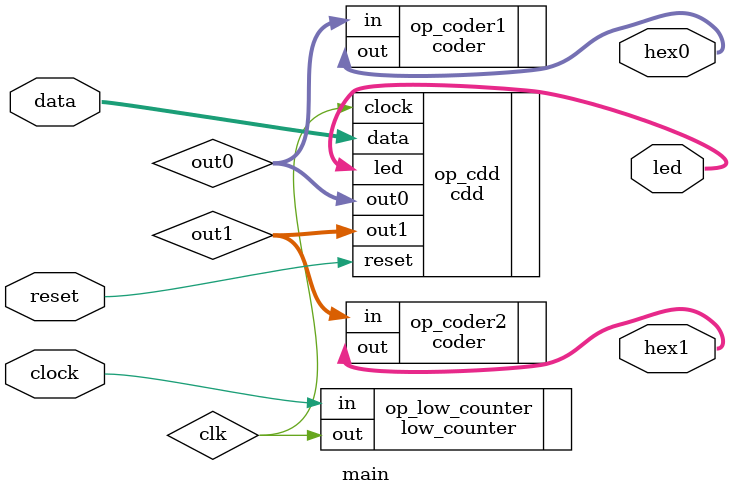
<source format=v>
/*
 *  main.v
 *
 *  Connect all modules and run.
 *
 *  @version: 1.0 (beta)
 *  @variant: // TODO: Add the variant.
 *  
 *  @authors:   Yaroslav Ivoylov
 *              Maeshi Sagalaev
 *
 */
module main(clock, reset, data, hex0, hex1, led);

    // ==========[ inputs ]==========
    input clock;        // CLOCK50
    input reset;        // KEY[0]
    input [3:0] data;   // SW[0]...SW[3]

    // ==========[ outputs ]==========
     output [6:0] hex0; // HEX[0]
     output [6:0] hex1; // HEX[1]
	  output [2:0] led;  // LED[0]...LED[2]

    // ==========[ wires ]==========[
    wire clk;
    wire [3:0] out0;
    wire [3:0] out1;

    // ==========[ low counter ]==========
    low_counter op_low_counter(
        .in(clock),
        .out(clk)
    );

    // ==========[ cdd ]==========
    cdd op_cdd(
        .clock(clk),
        .reset(reset),
        .data(data),
        .out0(out0),
        .out1(out1),
		  .led(led)
    );

    // ==========[ coders ]==========
    coder op_coder1(
        .in(out0),
        .out(hex0)
    );

    coder op_coder2(
        .in(out1),
        .out(hex1)
    );

endmodule

</source>
